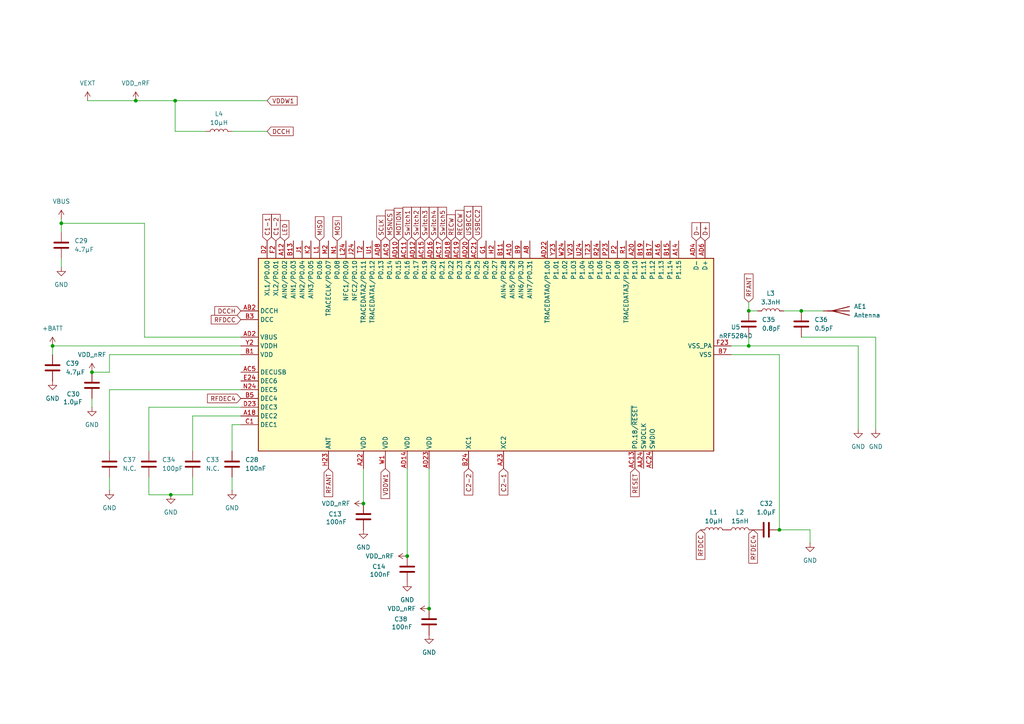
<source format=kicad_sch>
(kicad_sch (version 20250114) (generator "eeschema") (generator_version "9.0")
  (paper "A4")
  (lib_symbols
    (symbol "Custom:nRF52840"
      (property "Reference" "U5" (at 7.9854 -72.39 90))
      (property "Value" "nRF52840" (at 5.4454 -72.39 90))
      (symbol "nRF52840_0_1"
        (rectangle (start -27.94 66.04) (end 27.94 -66.04) (stroke (width 0.254)) (fill (type background)))
      )
      (symbol "nRF52840_1_1"
        (pin passive line (at -33.02 45.72 0) (length 5.08) (name "ANT") (number "H23"))
        (pin power_in line (at -33.02 35.56 0) (length 5.08) (name "VDD") (number "A22"))
        (pin power_in line (at -33.02 29.21 0) (length 5.08) (name "VDD") (number "W1"))
        (pin power_in line (at -33.02 22.86 0) (length 5.08) (name "VDD") (number "AD14"))
        (pin power_in line (at -33.02 16.51 0) (length 5.08) (name "VDD") (number "AD23"))
        (pin input line (at -33.02 5.08 0) (length 5.08) (name "XC1") (number "B24"))
        (pin input line (at -33.02 -5.08 0) (length 5.08) (name "XC2") (number "A23"))
        (pin bidirectional line (at -33.02 -43.18 0) (length 5.08) (name "P0.18/~{RESET}") (number "AC13"))
        (pin input line (at -33.02 -45.72 0) (length 5.08) (name "SWDCLK") (number "AA24"))
        (pin bidirectional line (at -33.02 -48.26 0) (length 5.08) (name "SWDIO") (number "AC24"))
        (pin passive line (at -20.32 71.12 270) (length 5.08) (name "DEC1") (number "C1"))
        (pin passive line (at -17.78 71.12 270) (length 5.08) (name "DEC2") (number "A18"))
        (pin passive line (at -15.24 71.12 270) (length 5.08) (name "DEC3") (number "D23"))
        (pin passive line (at -12.7 71.12 270) (length 5.08) (name "DEC4") (number "B5"))
        (pin passive line (at -10.16 71.12 270) (length 5.08) (name "DEC5") (number "N24"))
        (pin passive line (at -7.62 71.12 270) (length 5.08) (name "DEC6") (number "E24"))
        (pin passive line (at -5.08 71.12 270) (length 5.08) (name "DECUSB") (number "AC5"))
        (pin power_in line (at 0 71.12 270) (length 5.08) (name "VDD") (number "B1"))
        (pin power_in line (at 0 -71.12 90) (length 5.08) (name "VSS") (number "B7"))
        (pin passive line (at 0 -71.12 90) (length 5.08) (hide yes) (name "VSS") (number "EP"))
        (pin power_in line (at 2.54 71.12 270) (length 5.08) (name "VDDH") (number "Y2"))
        (pin power_in line (at 2.54 -71.12 90) (length 5.08) (name "VSS_PA") (number "F23"))
        (pin power_in line (at 5.08 71.12 270) (length 5.08) (name "VBUS") (number "AD2"))
        (pin power_out line (at 10.16 71.12 270) (length 5.08) (name "DCC") (number "B3"))
        (pin power_out line (at 12.7 71.12 270) (length 5.08) (name "DCCH") (number "AB2"))
        (pin bidirectional line (at 33.02 63.5 180) (length 5.08) (name "XL1/P0.00") (number "D2"))
        (pin bidirectional line (at 33.02 60.96 180) (length 5.08) (name "XL2/P0.01") (number "F2"))
        (pin bidirectional line (at 33.02 58.42 180) (length 5.08) (name "AIN0/P0.02") (number "A12"))
        (pin bidirectional line (at 33.02 55.88 180) (length 5.08) (name "AIN1/P0.03") (number "B13"))
        (pin bidirectional line (at 33.02 53.34 180) (length 5.08) (name "AIN2/P0.04") (number "J1"))
        (pin bidirectional line (at 33.02 50.8 180) (length 5.08) (name "AIN3/P0.05") (number "K2"))
        (pin bidirectional line (at 33.02 48.26 180) (length 5.08) (name "P0.06") (number "L1"))
        (pin bidirectional line (at 33.02 45.72 180) (length 5.08) (name "TRACECLK/P0.07") (number "M2"))
        (pin bidirectional line (at 33.02 43.18 180) (length 5.08) (name "P0.08") (number "N1"))
        (pin bidirectional line (at 33.02 40.64 180) (length 5.08) (name "NFC1/P0.09") (number "L24"))
        (pin bidirectional line (at 33.02 38.1 180) (length 5.08) (name "NFC2/P0.10") (number "J24"))
        (pin bidirectional line (at 33.02 35.56 180) (length 5.08) (name "TRACEDATA2/P0.11") (number "T2"))
        (pin bidirectional line (at 33.02 33.02 180) (length 5.08) (name "TRACEDATA1/P0.12") (number "U1"))
        (pin bidirectional line (at 33.02 30.48 180) (length 5.08) (name "P0.13") (number "AD8"))
        (pin bidirectional line (at 33.02 27.94 180) (length 5.08) (name "P0.14") (number "AC9"))
        (pin bidirectional line (at 33.02 25.4 180) (length 5.08) (name "P0.15") (number "AD10"))
        (pin bidirectional line (at 33.02 22.86 180) (length 5.08) (name "P0.16") (number "AC11"))
        (pin bidirectional line (at 33.02 20.32 180) (length 5.08) (name "P0.17") (number "AD12"))
        (pin bidirectional line (at 33.02 17.78 180) (length 5.08) (name "P0.19") (number "AC15"))
        (pin bidirectional line (at 33.02 15.24 180) (length 5.08) (name "P0.20") (number "AD16"))
        (pin bidirectional line (at 33.02 12.7 180) (length 5.08) (name "P0.21") (number "AC17"))
        (pin bidirectional line (at 33.02 10.16 180) (length 5.08) (name "P0.22") (number "AD18"))
        (pin bidirectional line (at 33.02 7.62 180) (length 5.08) (name "P0.23") (number "AC19"))
        (pin bidirectional line (at 33.02 5.08 180) (length 5.08) (name "P0.24") (number "AD20"))
        (pin bidirectional line (at 33.02 2.54 180) (length 5.08) (name "P0.25") (number "AC21"))
        (pin bidirectional line (at 33.02 0 180) (length 5.08) (name "P0.26") (number "G1"))
        (pin bidirectional line (at 33.02 -2.54 180) (length 5.08) (name "P0.27") (number "H2"))
        (pin bidirectional line (at 33.02 -5.08 180) (length 5.08) (name "AIN4/P0.28") (number "B11"))
        (pin bidirectional line (at 33.02 -7.62 180) (length 5.08) (name "AIN5/P0.29") (number "A10"))
        (pin bidirectional line (at 33.02 -10.16 180) (length 5.08) (name "AIN6/P0.30") (number "B9"))
        (pin bidirectional line (at 33.02 -12.7 180) (length 5.08) (name "AIN7/P0.31") (number "A8"))
        (pin bidirectional line (at 33.02 -17.78 180) (length 5.08) (name "TRACEDATA0/P1.00") (number "AD22"))
        (pin bidirectional line (at 33.02 -20.32 180) (length 5.08) (name "P1.01") (number "Y23"))
        (pin bidirectional line (at 33.02 -22.86 180) (length 5.08) (name "P1.02") (number "W24"))
        (pin bidirectional line (at 33.02 -25.4 180) (length 5.08) (name "P1.03") (number "V23"))
        (pin bidirectional line (at 33.02 -27.94 180) (length 5.08) (name "P1.04") (number "U24"))
        (pin bidirectional line (at 33.02 -30.48 180) (length 5.08) (name "P1.05") (number "T23"))
        (pin bidirectional line (at 33.02 -33.02 180) (length 5.08) (name "P1.06") (number "R24"))
        (pin bidirectional line (at 33.02 -35.56 180) (length 5.08) (name "P1.07") (number "P23"))
        (pin bidirectional line (at 33.02 -38.1 180) (length 5.08) (name "P1.08") (number "P2"))
        (pin bidirectional line (at 33.02 -40.64 180) (length 5.08) (name "TRACEDATA3/P1.09") (number "R1"))
        (pin bidirectional line (at 33.02 -43.18 180) (length 5.08) (name "P1.10") (number "A20"))
        (pin bidirectional line (at 33.02 -45.72 180) (length 5.08) (name "P1.11") (number "B19"))
        (pin bidirectional line (at 33.02 -48.26 180) (length 5.08) (name "P1.12") (number "B17"))
        (pin bidirectional line (at 33.02 -50.8 180) (length 5.08) (name "P1.13") (number "A16"))
        (pin bidirectional line (at 33.02 -53.34 180) (length 5.08) (name "P1.14") (number "B15"))
        (pin bidirectional line (at 33.02 -55.88 180) (length 5.08) (name "P1.15") (number "A14"))
        (pin bidirectional line (at 33.02 -60.96 180) (length 5.08) (name "D-") (number "AD4"))
        (pin bidirectional line (at 33.02 -63.5 180) (length 5.08) (name "D+") (number "AD6"))
      )
    )
    (symbol "Device:Antenna" (pin_numbers (hide yes)) (pin_names (offset 1.016) (hide yes))
      (property "Reference" "AE" (at -1.905 1.905 0))
      (property "Value" "Antenna" (at -1.905 0 0))
      (symbol "Antenna_0_1"
        (polyline (pts (xy 0 2.54) (xy 0 -3.81)) (stroke (width 0.254)))
        (polyline (pts (xy 1.27 2.54) (xy 0 -2.54) (xy -1.27 2.54)) (stroke (width 0.254)))
      )
      (symbol "Antenna_1_1"
        (pin input line (at 0 -5.08 90) (length 2.54) (name "A") (number "1"))
      )
    )
    (symbol "Device:C" (pin_numbers (hide yes)) (pin_names (offset 0.254))
      (property "Reference" "C" (at 0.635 2.54 0))
      (property "Value" "C" (at 0.635 -2.54 0))
      (symbol "C_0_1"
        (polyline (pts (xy -2.032 0.762) (xy 2.032 0.762)) (stroke (width 0.508)))
        (polyline (pts (xy -2.032 -0.762) (xy 2.032 -0.762)) (stroke (width 0.508)))
      )
      (symbol "C_1_1"
        (pin passive line (at 0 3.81 270) (length 2.794) (name "~") (number "1"))
        (pin passive line (at 0 -3.81 90) (length 2.794) (name "~") (number "2"))
      )
    )
    (symbol "Device:L" (pin_numbers (hide yes)) (pin_names (offset 1.016) (hide yes))
      (property "Reference" "L" (at -1.27 0 90))
      (property "Value" "L" (at 1.905 0 90))
      (symbol "L_0_1"
        (arc (start 0 2.54) (mid 0.6323 1.905) (end 0 1.27))
        (arc (start 0 1.27) (mid 0.6323 0.635) (end 0 0))
        (arc (start 0 0) (mid 0.6323 -0.635) (end 0 -1.27))
        (arc (start 0 -1.27) (mid 0.6323 -1.905) (end 0 -2.54))
      )
      (symbol "L_1_1"
        (pin passive line (at 0 3.81 270) (length 1.27) (name "1") (number "1"))
        (pin passive line (at 0 -3.81 90) (length 1.27) (name "2") (number "2"))
      )
    )
    (symbol "power:+3.3V" (power) (pin_numbers (hide yes)) (pin_names (offset 0) (hide yes))
      (property "Value" "+3.3V" (at 0 3.556 0))
      (symbol "+3.3V_0_1"
        (polyline (pts (xy -0.762 1.27) (xy 0 2.54)))
        (polyline (pts (xy 0 2.54) (xy 0.762 1.27)))
        (polyline (pts (xy 0 0) (xy 0 2.54)))
      )
      (symbol "+3.3V_1_1"
        (pin power_in line (at 0 0 90) (length 0) (name "~") (number "1"))
      )
    )
    (symbol "power:+BATT" (power) (pin_numbers (hide yes)) (pin_names (offset 0) (hide yes))
      (property "Value" "+BATT" (at 0 3.556 0))
      (symbol "+BATT_0_1"
        (polyline (pts (xy -0.762 1.27) (xy 0 2.54)))
        (polyline (pts (xy 0 2.54) (xy 0.762 1.27)))
        (polyline (pts (xy 0 0) (xy 0 2.54)))
      )
      (symbol "+BATT_1_1"
        (pin power_in line (at 0 0 90) (length 0) (name "~") (number "1"))
      )
    )
    (symbol "power:GND" (power) (pin_numbers (hide yes)) (pin_names (offset 0) (hide yes))
      (property "Value" "GND" (at 0 -3.81 0))
      (symbol "GND_0_1"
        (polyline (pts (xy 0 0) (xy 0 -1.27) (xy 1.27 -1.27) (xy 0 -2.54) (xy -1.27 -1.27) (xy 0 -1.27)))
      )
      (symbol "GND_1_1"
        (pin power_in line (at 0 0 270) (length 0) (name "~") (number "1"))
      )
    )
    (symbol "power:VBUS" (power) (pin_numbers (hide yes)) (pin_names (offset 0) (hide yes))
      (property "Value" "VBUS" (at 0 3.556 0))
      (symbol "VBUS_0_1"
        (polyline (pts (xy -0.762 1.27) (xy 0 2.54)))
        (polyline (pts (xy 0 2.54) (xy 0.762 1.27)))
        (polyline (pts (xy 0 0) (xy 0 2.54)))
      )
      (symbol "VBUS_1_1"
        (pin power_in line (at 0 0 90) (length 0) (name "~") (number "1"))
      )
    )
  )
  (junction (at 17.78 64.77))
  (junction (at 217.17 90.17))
  (junction (at 105.41 146.05))
  (junction (at 232.41 90.17))
  (junction (at 39.37 29.21))
  (junction (at 217.17 100.33))
  (junction (at 124.46 176.53))
  (junction (at 15.24 100.33))
  (junction (at 226.06 153.67))
  (junction (at 118.11 161.29))
  (junction (at 50.8 29.21))
  (junction (at 49.53 143.51))
  (junction (at 26.67 107.95))
  (wire (pts (xy 217.17 100.33) (xy 248.92 100.33)))
  (wire (pts (xy 50.8 29.21) (xy 77.47 29.21)))
  (wire (pts (xy 226.06 102.87) (xy 226.06 153.67)))
  (wire (pts (xy 41.91 64.77) (xy 17.78 64.77)))
  (wire (pts (xy 69.85 102.87) (xy 31.75 102.87)))
  (wire (pts (xy 212.09 102.87) (xy 226.06 102.87)))
  (wire (pts (xy 217.17 87.63) (xy 217.17 90.17)))
  (wire (pts (xy 55.88 120.65) (xy 69.85 120.65)))
  (wire (pts (xy 43.18 143.51) (xy 49.53 143.51)))
  (wire (pts (xy 31.75 138.43) (xy 31.75 142.24)))
  (wire (pts (xy 118.11 135.89) (xy 118.11 161.29)))
  (wire (pts (xy 43.18 138.43) (xy 43.18 143.51)))
  (wire (pts (xy 26.67 115.57) (xy 26.67 118.11)))
  (wire (pts (xy 17.78 74.93) (xy 17.78 77.47)))
  (wire (pts (xy 49.53 143.51) (xy 55.88 143.51)))
  (wire (pts (xy 227.33 90.17) (xy 232.41 90.17)))
  (wire (pts (xy 41.91 97.79) (xy 41.91 64.77)))
  (wire (pts (xy 31.75 113.03) (xy 31.75 130.81)))
  (wire (pts (xy 55.88 120.65) (xy 55.88 130.81)))
  (wire (pts (xy 69.85 100.33) (xy 15.24 100.33)))
  (wire (pts (xy 217.17 100.33) (xy 217.17 97.79)))
  (wire (pts (xy 39.37 29.21) (xy 50.8 29.21)))
  (wire (pts (xy 17.78 64.77) (xy 17.78 63.5)))
  (wire (pts (xy 217.17 90.17) (xy 219.71 90.17)))
  (wire (pts (xy 55.88 138.43) (xy 55.88 143.51)))
  (wire (pts (xy 232.41 90.17) (xy 238.76 90.17)))
  (wire (pts (xy 43.18 118.11) (xy 69.85 118.11)))
  (wire (pts (xy 254 97.79) (xy 254 124.46)))
  (wire (pts (xy 67.31 138.43) (xy 67.31 142.24)))
  (wire (pts (xy 67.31 123.19) (xy 67.31 130.81)))
  (wire (pts (xy 124.46 135.89) (xy 124.46 176.53)))
  (wire (pts (xy 25.4 29.21) (xy 39.37 29.21)))
  (wire (pts (xy 59.69 38.1) (xy 50.8 38.1)))
  (wire (pts (xy 212.09 100.33) (xy 217.17 100.33)))
  (wire (pts (xy 31.75 107.95) (xy 26.67 107.95)))
  (wire (pts (xy 43.18 118.11) (xy 43.18 130.81)))
  (wire (pts (xy 69.85 123.19) (xy 67.31 123.19)))
  (wire (pts (xy 105.41 135.89) (xy 105.41 146.05)))
  (wire (pts (xy 17.78 64.77) (xy 17.78 67.31)))
  (wire (pts (xy 31.75 102.87) (xy 31.75 107.95)))
  (wire (pts (xy 232.41 97.79) (xy 254 97.79)))
  (wire (pts (xy 50.8 38.1) (xy 50.8 29.21)))
  (wire (pts (xy 234.95 157.48) (xy 234.95 153.67)))
  (wire (pts (xy 15.24 100.33) (xy 15.24 102.87)))
  (wire (pts (xy 234.95 153.67) (xy 226.06 153.67)))
  (wire (pts (xy 67.31 38.1) (xy 77.47 38.1)))
  (wire (pts (xy 69.85 113.03) (xy 31.75 113.03)))
  (wire (pts (xy 248.92 100.33) (xy 248.92 124.46)))
  (wire (pts (xy 69.85 97.79) (xy 41.91 97.79)))
  (global_label "Switch4" (shape input) (at 125.73 69.85 90) (property "Intersheetrefs" "${INTERSHEET_REFS}" (effects (hide yes))))
  (global_label "DCCH" (shape input) (at 77.47 38.1 0) (property "Intersheetrefs" "${INTERSHEET_REFS}" (effects (hide yes))))
  (global_label "RFDEC4" (shape input) (at 69.85 115.57 180) (property "Intersheetrefs" "${INTERSHEET_REFS}" (effects (hide yes))))
  (global_label "C1-2" (shape input) (at 80.01 69.85 90) (property "Intersheetrefs" "${INTERSHEET_REFS}" (effects (hide yes))))
  (global_label "MISO" (shape input) (at 92.71 69.85 90) (property "Intersheetrefs" "${INTERSHEET_REFS}" (effects (hide yes))))
  (global_label "DCCH" (shape input) (at 69.85 90.17 180) (property "Intersheetrefs" "${INTERSHEET_REFS}" (effects (hide yes))))
  (global_label "VDDW1" (shape input) (at 111.76 135.89 270) (property "Intersheetrefs" "${INTERSHEET_REFS}" (effects (hide yes))))
  (global_label "MOSI" (shape input) (at 97.79 69.85 90) (property "Intersheetrefs" "${INTERSHEET_REFS}" (effects (hide yes))))
  (global_label "LED" (shape input) (at 82.55 69.85 90) (property "Intersheetrefs" "${INTERSHEET_REFS}" (effects (hide yes))))
  (global_label "D-" (shape input) (at 201.93 69.85 90) (property "Intersheetrefs" "${INTERSHEET_REFS}" (effects (hide yes))))
  (global_label "RFANT" (shape input) (at 95.25 135.89 270) (property "Intersheetrefs" "${INTERSHEET_REFS}" (effects (hide yes))))
  (global_label "Switch1" (shape input) (at 118.11 69.85 90) (property "Intersheetrefs" "${INTERSHEET_REFS}" (effects (hide yes))))
  (global_label "RFDCC" (shape input) (at 69.85 92.71 180) (property "Intersheetrefs" "${INTERSHEET_REFS}" (effects (hide yes))))
  (global_label "RFDCC" (shape input) (at 203.2 153.67 270) (property "Intersheetrefs" "${INTERSHEET_REFS}" (effects (hide yes))))
  (global_label "RFANT" (shape input) (at 217.17 87.63 90) (property "Intersheetrefs" "${INTERSHEET_REFS}" (effects (hide yes))))
  (global_label "RECW" (shape input) (at 130.81 69.85 90) (property "Intersheetrefs" "${INTERSHEET_REFS}" (effects (hide yes))))
  (global_label "C2-1" (shape input) (at 146.05 135.89 270) (property "Intersheetrefs" "${INTERSHEET_REFS}" (effects (hide yes))))
  (global_label "USBCC1" (shape input) (at 135.89 69.85 90) (property "Intersheetrefs" "${INTERSHEET_REFS}" (effects (hide yes))))
  (global_label "Switch3" (shape input) (at 123.19 69.85 90) (property "Intersheetrefs" "${INTERSHEET_REFS}" (effects (hide yes))))
  (global_label "RFDEC4" (shape input) (at 218.44 153.67 270) (property "Intersheetrefs" "${INTERSHEET_REFS}" (effects (hide yes))))
  (global_label "VDDW1" (shape input) (at 77.47 29.21 0) (property "Intersheetrefs" "${INTERSHEET_REFS}" (effects (hide yes))))
  (global_label "C1-1" (shape input) (at 77.47 69.85 90) (property "Intersheetrefs" "${INTERSHEET_REFS}" (effects (hide yes))))
  (global_label "SCLK" (shape input) (at 110.49 69.85 90) (property "Intersheetrefs" "${INTERSHEET_REFS}" (effects (hide yes))))
  (global_label "RECCW" (shape input) (at 133.35 69.85 90) (property "Intersheetrefs" "${INTERSHEET_REFS}" (effects (hide yes))))
  (global_label "D+" (shape input) (at 204.47 69.85 90) (property "Intersheetrefs" "${INTERSHEET_REFS}" (effects (hide yes))))
  (global_label "USBCC2" (shape input) (at 138.43 69.85 90) (property "Intersheetrefs" "${INTERSHEET_REFS}" (effects (hide yes))))
  (global_label "MOTION" (shape input) (at 115.57 69.85 90) (property "Intersheetrefs" "${INTERSHEET_REFS}" (effects (hide yes))))
  (global_label "Switch2" (shape input) (at 120.65 69.85 90) (property "Intersheetrefs" "${INTERSHEET_REFS}" (effects (hide yes))))
  (global_label "MSNCS" (shape input) (at 113.03 69.85 90) (property "Intersheetrefs" "${INTERSHEET_REFS}" (effects (hide yes))))
  (global_label "RESET" (shape input) (at 184.15 135.89 270) (property "Intersheetrefs" "${INTERSHEET_REFS}" (effects (hide yes))))
  (global_label "C2-2" (shape input) (at 135.89 135.89 270) (property "Intersheetrefs" "${INTERSHEET_REFS}" (effects (hide yes))))
  (global_label "Switch5" (shape input) (at 128.27 69.85 90) (property "Intersheetrefs" "${INTERSHEET_REFS}" (effects (hide yes))))
  (symbol (lib_id "power:GND") (at 254 124.46 0) (unit 1)
    (property "Reference" "#PWR077" (effects (hide yes)))
    (property "Value" "GND" (at 254 129.54 0))
    (property "Description" "Power symbol creates a global label with name \"GND\" , ground" (effects (hide yes)))
  )
  (symbol (lib_id "Device:L") (at 207.01 153.67 90) (unit 1)
    (property "Reference" "L1" (at 207.01 148.59 90))
    (property "Value" "10μH" (at 207.01 151.13 90))
    (property "Description" "Inductor" (effects (hide yes)))
  )
  (symbol (lib_id "power:GND") (at 15.24 110.49 0) (unit 1)
    (property "Reference" "#PWR079" (effects (hide yes)))
    (property "Value" "GND" (at 15.24 115.57 0))
    (property "Description" "Power symbol creates a global label with name \"GND\" , ground" (effects (hide yes)))
  )
  (symbol (lib_id "power:GND") (at 31.75 142.24 0) (unit 1)
    (property "Reference" "#PWR078" (effects (hide yes)))
    (property "Value" "GND" (at 31.75 147.32 0))
    (property "Description" "Power symbol creates a global label with name \"GND\" , ground" (effects (hide yes)))
  )
  (symbol (lib_id "Device:C") (at 26.67 111.76 0) (unit 1)
    (property "Reference" "C30" (at 19.304 114.3 0) (effects (justify left)))
    (property "Value" "1.0μF" (at 18.288 116.586 0) (effects (justify left)))
    (property "Description" "Unpolarized capacitor" (effects (hide yes)))
  )
  (symbol (lib_id "Device:C") (at 15.24 106.68 0) (unit 1)
    (property "Reference" "C39" (at 19.05 105.4099 0) (effects (justify left)))
    (property "Value" "4.7μF" (at 19.05 107.9499 0) (effects (justify left)))
    (property "Description" "Unpolarized capacitor" (effects (hide yes)))
  )
  (symbol (lib_id "power:GND") (at 248.92 124.46 0) (unit 1)
    (property "Reference" "#PWR076" (effects (hide yes)))
    (property "Value" "GND" (at 248.92 129.54 0))
    (property "Description" "Power symbol creates a global label with name \"GND\" , ground" (effects (hide yes)))
  )
  (symbol (lib_id "Custom:nRF52840") (at 140.97 102.87 90) (unit 1)
    (property "Reference" "U5" (at 213.36 94.8846 90))
    (property "Value" "nRF52840" (at 213.36 97.4246 90))
    (property "Footprint" "Package_DFN_QFN:Nordic_AQFN-73-1EP_7x7mm_P0.5mm" (effects (hide yes)))
    (property "Datasheet" "http://infocenter.nordicsemi.com/topic/com.nordic.infocenter.nrf52/dita/nrf52/chips/nrf52840.html" (effects (hide yes)))
    (property "Description" "Multiprotocol BLE/ANT/2.4 GHz/802.15.4 Cortex-M4F SoC, AQFN-73" (effects (hide yes)))
  )
  (symbol (lib_id "power:GND") (at 118.11 168.91 0) (unit 1)
    (property "Reference" "#PWR032" (effects (hide yes)))
    (property "Value" "GND" (at 118.11 173.99 0))
    (property "Description" "Power symbol creates a global label with name \"GND\" , ground" (effects (hide yes)))
  )
  (symbol (lib_id "power:VBUS") (at 25.4 29.21 0) (unit 1)
    (property "Reference" "#PWR075" (effects (hide yes)))
    (property "Value" "VEXT" (at 25.4 24.13 0))
    (property "Description" "Power symbol creates a global label with name \"VBUS\"" (effects (hide yes)))
  )
  (symbol (lib_id "Device:C") (at 105.41 149.86 0) (unit 1)
    (property "Reference" "C13" (at 95.25 149.098 0) (effects (justify left)))
    (property "Value" "100nF" (at 94.488 151.384 0) (effects (justify left)))
    (property "Description" "Unpolarized capacitor" (effects (hide yes)))
  )
  (symbol (lib_id "Device:C") (at 55.88 134.62 0) (unit 1)
    (property "Reference" "C33" (at 59.69 133.3499 0) (effects (justify left)))
    (property "Value" "N.C." (at 59.69 135.8899 0) (effects (justify left)))
    (property "Description" "Unpolarized capacitor" (effects (hide yes)))
  )
  (symbol (lib_id "Device:C") (at 124.46 180.34 0) (unit 1)
    (property "Reference" "C38" (at 114.3 179.578 0) (effects (justify left)))
    (property "Value" "100nF" (at 113.538 181.864 0) (effects (justify left)))
    (property "Description" "Unpolarized capacitor" (effects (hide yes)))
  )
  (symbol (lib_id "power:+3.3V") (at 26.67 107.95 0) (unit 1)
    (property "Reference" "#PWR069" (effects (hide yes)))
    (property "Value" "VDD_nRF" (at 26.67 102.87 0))
    (property "Description" "Power symbol creates a global label with name \"+3.3V\"" (effects (hide yes)))
  )
  (symbol (lib_id "power:+3.3V") (at 118.11 161.29 90) (unit 1)
    (property "Reference" "#PWR031" (effects (hide yes)))
    (property "Value" "VDD_nRF" (at 114.3 161.2899 90) (effects (justify left)))
    (property "Description" "Power symbol creates a global label with name \"+3.3V\"" (effects (hide yes)))
  )
  (symbol (lib_id "Device:C") (at 232.41 93.98 0) (unit 1)
    (property "Reference" "C36" (at 236.22 92.7099 0) (effects (justify left)))
    (property "Value" "0.5pF" (at 236.22 95.2499 0) (effects (justify left)))
    (property "Description" "Unpolarized capacitor" (effects (hide yes)))
  )
  (symbol (lib_id "power:VBUS") (at 17.78 63.5 0) (unit 1)
    (property "Reference" "#PWR063" (effects (hide yes)))
    (property "Value" "VBUS" (at 17.78 58.42 0))
    (property "Description" "Power symbol creates a global label with name \"VBUS\"" (effects (hide yes)))
  )
  (symbol (lib_id "power:+3.3V") (at 39.37 29.21 0) (unit 1)
    (property "Reference" "#PWR080" (effects (hide yes)))
    (property "Value" "VDD_nRF" (at 39.37 24.13 0))
    (property "Description" "Power symbol creates a global label with name \"+3.3V\"" (effects (hide yes)))
  )
  (symbol (lib_id "Device:C") (at 43.18 134.62 0) (unit 1)
    (property "Reference" "C34" (at 46.99 133.3499 0) (effects (justify left)))
    (property "Value" "100pF" (at 46.99 135.8899 0) (effects (justify left)))
    (property "Description" "Unpolarized capacitor" (effects (hide yes)))
  )
  (symbol (lib_id "Device:C") (at 17.78 71.12 0) (unit 1)
    (property "Reference" "C29" (at 21.59 69.8499 0) (effects (justify left)))
    (property "Value" "4.7μF" (at 21.59 72.3899 0) (effects (justify left)))
    (property "Description" "Unpolarized capacitor" (effects (hide yes)))
  )
  (symbol (lib_id "power:+3.3V") (at 105.41 146.05 90) (unit 1)
    (property "Reference" "#PWR028" (effects (hide yes)))
    (property "Value" "VDD_nRF" (at 101.6 146.0499 90) (effects (justify left)))
    (property "Description" "Power symbol creates a global label with name \"+3.3V\"" (effects (hide yes)))
  )
  (symbol (lib_id "Device:L") (at 63.5 38.1 90) (unit 1)
    (property "Reference" "L4" (at 63.5 33.02 90))
    (property "Value" "10μH" (at 63.5 35.56 90))
    (property "Description" "Inductor" (effects (hide yes)))
  )
  (symbol (lib_id "Device:L") (at 223.52 90.17 90) (unit 1)
    (property "Reference" "L3" (at 223.52 85.09 90))
    (property "Value" "3.3nH" (at 223.52 87.63 90))
    (property "Description" "Inductor" (effects (hide yes)))
  )
  (symbol (lib_id "power:+3.3V") (at 124.46 176.53 90) (unit 1)
    (property "Reference" "#PWR033" (effects (hide yes)))
    (property "Value" "VDD_nRF" (at 120.65 176.5299 90) (effects (justify left)))
    (property "Description" "Power symbol creates a global label with name \"+3.3V\"" (effects (hide yes)))
  )
  (symbol (lib_id "power:GND") (at 67.31 142.24 0) (unit 1)
    (property "Reference" "#PWR062" (effects (hide yes)))
    (property "Value" "GND" (at 67.31 147.32 0))
    (property "Description" "Power symbol creates a global label with name \"GND\" , ground" (effects (hide yes)))
  )
  (symbol (lib_id "power:GND") (at 124.46 184.15 0) (unit 1)
    (property "Reference" "#PWR034" (effects (hide yes)))
    (property "Value" "GND" (at 124.46 189.23 0))
    (property "Description" "Power symbol creates a global label with name \"GND\" , ground" (effects (hide yes)))
  )
  (symbol (lib_id "Device:Antenna") (at 243.84 90.17 270) (unit 1)
    (property "Reference" "AE1" (at 247.65 88.8999 90) (effects (justify left)))
    (property "Value" "Antenna" (at 247.65 91.4399 90) (effects (justify left)))
    (property "Description" "Antenna" (effects (hide yes)))
  )
  (symbol (lib_id "power:+BATT") (at 15.24 100.33 0) (unit 1)
    (property "Reference" "#PWR081" (effects (hide yes)))
    (property "Value" "+BATT" (at 15.24 95.25 0))
    (property "Description" "Power symbol creates a global label with name \"+BATT\"" (effects (hide yes)))
  )
  (symbol (lib_id "Device:C") (at 222.25 153.67 90) (unit 1)
    (property "Reference" "C32" (at 222.25 146.05 90))
    (property "Value" "1.0μF" (at 222.25 148.59 90))
    (property "Description" "Unpolarized capacitor" (effects (hide yes)))
  )
  (symbol (lib_id "Device:C") (at 217.17 93.98 0) (unit 1)
    (property "Reference" "C35" (at 220.98 92.7099 0) (effects (justify left)))
    (property "Value" "0.8pF" (at 220.98 95.2499 0) (effects (justify left)))
    (property "Description" "Unpolarized capacitor" (effects (hide yes)))
  )
  (symbol (lib_id "Device:C") (at 31.75 134.62 0) (unit 1)
    (property "Reference" "C37" (at 35.56 133.3499 0) (effects (justify left)))
    (property "Value" "N.C." (at 35.56 135.8899 0) (effects (justify left)))
    (property "Description" "Unpolarized capacitor" (effects (hide yes)))
  )
  (symbol (lib_id "Device:L") (at 214.63 153.67 90) (unit 1)
    (property "Reference" "L2" (at 214.63 148.59 90))
    (property "Value" "15nH" (at 214.63 151.13 90))
    (property "Description" "Inductor" (effects (hide yes)))
  )
  (symbol (lib_id "power:GND") (at 234.95 157.48 0) (unit 1)
    (property "Reference" "#PWR071" (effects (hide yes)))
    (property "Value" "GND" (at 234.95 162.56 0))
    (property "Description" "Power symbol creates a global label with name \"GND\" , ground" (effects (hide yes)))
  )
  (symbol (lib_id "power:GND") (at 49.53 143.51 0) (unit 1)
    (property "Reference" "#PWR074" (effects (hide yes)))
    (property "Value" "GND" (at 49.53 148.59 0))
    (property "Description" "Power symbol creates a global label with name \"GND\" , ground" (effects (hide yes)))
  )
  (symbol (lib_id "Device:C") (at 118.11 165.1 0) (unit 1)
    (property "Reference" "C14" (at 107.95 164.338 0) (effects (justify left)))
    (property "Value" "100nF" (at 107.188 166.624 0) (effects (justify left)))
    (property "Description" "Unpolarized capacitor" (effects (hide yes)))
  )
  (symbol (lib_id "power:GND") (at 105.41 153.67 0) (unit 1)
    (property "Reference" "#PWR030" (effects (hide yes)))
    (property "Value" "GND" (at 105.41 158.75 0))
    (property "Description" "Power symbol creates a global label with name \"GND\" , ground" (effects (hide yes)))
  )
  (symbol (lib_id "power:GND") (at 17.78 77.47 0) (unit 1)
    (property "Reference" "#PWR064" (effects (hide yes)))
    (property "Value" "GND" (at 17.78 82.55 0))
    (property "Description" "Power symbol creates a global label with name \"GND\" , ground" (effects (hide yes)))
  )
  (symbol (lib_id "power:GND") (at 26.67 118.11 0) (unit 1)
    (property "Reference" "#PWR070" (effects (hide yes)))
    (property "Value" "GND" (at 26.67 123.19 0))
    (property "Description" "Power symbol creates a global label with name \"GND\" , ground" (effects (hide yes)))
  )
  (symbol (lib_id "Device:C") (at 67.31 134.62 0) (unit 1)
    (property "Reference" "C28" (at 71.12 133.3499 0) (effects (justify left)))
    (property "Value" "100nF" (at 71.12 135.8899 0) (effects (justify left)))
    (property "Description" "Unpolarized capacitor" (effects (hide yes)))
  )
)
</source>
